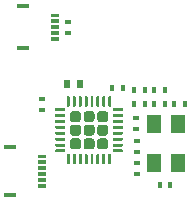
<source format=gbr>
G04 #@! TF.GenerationSoftware,KiCad,Pcbnew,(5.1.6)-1*
G04 #@! TF.CreationDate,2020-08-30T17:28:20+02:00*
G04 #@! TF.ProjectId,Freude_Microcontroller,46726575-6465-45f4-9d69-63726f636f6e,rev?*
G04 #@! TF.SameCoordinates,Original*
G04 #@! TF.FileFunction,Paste,Top*
G04 #@! TF.FilePolarity,Positive*
%FSLAX46Y46*%
G04 Gerber Fmt 4.6, Leading zero omitted, Abs format (unit mm)*
G04 Created by KiCad (PCBNEW (5.1.6)-1) date 2020-08-30 17:28:20*
%MOMM*%
%LPD*%
G01*
G04 APERTURE LIST*
%ADD10R,1.300000X1.600000*%
%ADD11R,0.600000X0.400000*%
%ADD12R,0.400000X0.600000*%
%ADD13R,0.700000X0.300000*%
%ADD14R,1.000000X0.300000*%
%ADD15R,0.600000X0.700000*%
G04 APERTURE END LIST*
D10*
X206390000Y-82160000D03*
X206390000Y-85460000D03*
X204390000Y-85460000D03*
X204390000Y-82160000D03*
D11*
X202790000Y-81660000D03*
X202790000Y-82560000D03*
X197040000Y-74400000D03*
X197040000Y-73500000D03*
D12*
X200800000Y-79075000D03*
X201700000Y-79075000D03*
X202675000Y-79275000D03*
X203575000Y-79275000D03*
X205275000Y-79275000D03*
X204375000Y-79275000D03*
X205740000Y-87280000D03*
X204840000Y-87280000D03*
X204350000Y-80425000D03*
X205250000Y-80425000D03*
X203575000Y-80425000D03*
X202675000Y-80425000D03*
D11*
X202920000Y-84520000D03*
X202920000Y-83620000D03*
X202950000Y-85470000D03*
X202950000Y-86370000D03*
D12*
X206080000Y-80410000D03*
X206980000Y-80410000D03*
D11*
X194900000Y-80925000D03*
X194900000Y-80025000D03*
D13*
X194850000Y-87400000D03*
X194850000Y-86900000D03*
D14*
X192200000Y-88190000D03*
X192200000Y-84110000D03*
D13*
X194850000Y-86400000D03*
X194850000Y-85900000D03*
X194850000Y-85400000D03*
G36*
G01*
X194575000Y-84750000D02*
X195125000Y-84750000D01*
G75*
G02*
X195200000Y-84825000I0J-75000D01*
G01*
X195200000Y-84975000D01*
G75*
G02*
X195125000Y-85050000I-75000J0D01*
G01*
X194575000Y-85050000D01*
G75*
G02*
X194500000Y-84975000I0J75000D01*
G01*
X194500000Y-84825000D01*
G75*
G02*
X194575000Y-84750000I75000J0D01*
G01*
G37*
D15*
X198050000Y-78725000D03*
X196950000Y-78725000D03*
D14*
X193300000Y-75740000D03*
X193300000Y-72160000D03*
D13*
X195950000Y-74950000D03*
X195950000Y-74450000D03*
X195950000Y-73950000D03*
X195950000Y-73450000D03*
G36*
G01*
X195675000Y-72800000D02*
X196225000Y-72800000D01*
G75*
G02*
X196300000Y-72875000I0J-75000D01*
G01*
X196300000Y-73025000D01*
G75*
G02*
X196225000Y-73100000I-75000J0D01*
G01*
X195675000Y-73100000D01*
G75*
G02*
X195600000Y-73025000I0J75000D01*
G01*
X195600000Y-72875000D01*
G75*
G02*
X195675000Y-72800000I75000J0D01*
G01*
G37*
G36*
G01*
X201725000Y-84362500D02*
X201725000Y-84487500D01*
G75*
G02*
X201662500Y-84550000I-62500J0D01*
G01*
X200912500Y-84550000D01*
G75*
G02*
X200850000Y-84487500I0J62500D01*
G01*
X200850000Y-84362500D01*
G75*
G02*
X200912500Y-84300000I62500J0D01*
G01*
X201662500Y-84300000D01*
G75*
G02*
X201725000Y-84362500I0J-62500D01*
G01*
G37*
G36*
G01*
X201725000Y-83862500D02*
X201725000Y-83987500D01*
G75*
G02*
X201662500Y-84050000I-62500J0D01*
G01*
X200912500Y-84050000D01*
G75*
G02*
X200850000Y-83987500I0J62500D01*
G01*
X200850000Y-83862500D01*
G75*
G02*
X200912500Y-83800000I62500J0D01*
G01*
X201662500Y-83800000D01*
G75*
G02*
X201725000Y-83862500I0J-62500D01*
G01*
G37*
G36*
G01*
X201725000Y-83362500D02*
X201725000Y-83487500D01*
G75*
G02*
X201662500Y-83550000I-62500J0D01*
G01*
X200912500Y-83550000D01*
G75*
G02*
X200850000Y-83487500I0J62500D01*
G01*
X200850000Y-83362500D01*
G75*
G02*
X200912500Y-83300000I62500J0D01*
G01*
X201662500Y-83300000D01*
G75*
G02*
X201725000Y-83362500I0J-62500D01*
G01*
G37*
G36*
G01*
X201725000Y-82862500D02*
X201725000Y-82987500D01*
G75*
G02*
X201662500Y-83050000I-62500J0D01*
G01*
X200912500Y-83050000D01*
G75*
G02*
X200850000Y-82987500I0J62500D01*
G01*
X200850000Y-82862500D01*
G75*
G02*
X200912500Y-82800000I62500J0D01*
G01*
X201662500Y-82800000D01*
G75*
G02*
X201725000Y-82862500I0J-62500D01*
G01*
G37*
G36*
G01*
X201725000Y-82362500D02*
X201725000Y-82487500D01*
G75*
G02*
X201662500Y-82550000I-62500J0D01*
G01*
X200912500Y-82550000D01*
G75*
G02*
X200850000Y-82487500I0J62500D01*
G01*
X200850000Y-82362500D01*
G75*
G02*
X200912500Y-82300000I62500J0D01*
G01*
X201662500Y-82300000D01*
G75*
G02*
X201725000Y-82362500I0J-62500D01*
G01*
G37*
G36*
G01*
X201725000Y-81862500D02*
X201725000Y-81987500D01*
G75*
G02*
X201662500Y-82050000I-62500J0D01*
G01*
X200912500Y-82050000D01*
G75*
G02*
X200850000Y-81987500I0J62500D01*
G01*
X200850000Y-81862500D01*
G75*
G02*
X200912500Y-81800000I62500J0D01*
G01*
X201662500Y-81800000D01*
G75*
G02*
X201725000Y-81862500I0J-62500D01*
G01*
G37*
G36*
G01*
X201725000Y-81362500D02*
X201725000Y-81487500D01*
G75*
G02*
X201662500Y-81550000I-62500J0D01*
G01*
X200912500Y-81550000D01*
G75*
G02*
X200850000Y-81487500I0J62500D01*
G01*
X200850000Y-81362500D01*
G75*
G02*
X200912500Y-81300000I62500J0D01*
G01*
X201662500Y-81300000D01*
G75*
G02*
X201725000Y-81362500I0J-62500D01*
G01*
G37*
G36*
G01*
X201725000Y-80862500D02*
X201725000Y-80987500D01*
G75*
G02*
X201662500Y-81050000I-62500J0D01*
G01*
X200912500Y-81050000D01*
G75*
G02*
X200850000Y-80987500I0J62500D01*
G01*
X200850000Y-80862500D01*
G75*
G02*
X200912500Y-80800000I62500J0D01*
G01*
X201662500Y-80800000D01*
G75*
G02*
X201725000Y-80862500I0J-62500D01*
G01*
G37*
G36*
G01*
X200725000Y-79862500D02*
X200725000Y-80612500D01*
G75*
G02*
X200662500Y-80675000I-62500J0D01*
G01*
X200537500Y-80675000D01*
G75*
G02*
X200475000Y-80612500I0J62500D01*
G01*
X200475000Y-79862500D01*
G75*
G02*
X200537500Y-79800000I62500J0D01*
G01*
X200662500Y-79800000D01*
G75*
G02*
X200725000Y-79862500I0J-62500D01*
G01*
G37*
G36*
G01*
X200225000Y-79862500D02*
X200225000Y-80612500D01*
G75*
G02*
X200162500Y-80675000I-62500J0D01*
G01*
X200037500Y-80675000D01*
G75*
G02*
X199975000Y-80612500I0J62500D01*
G01*
X199975000Y-79862500D01*
G75*
G02*
X200037500Y-79800000I62500J0D01*
G01*
X200162500Y-79800000D01*
G75*
G02*
X200225000Y-79862500I0J-62500D01*
G01*
G37*
G36*
G01*
X199725000Y-79862500D02*
X199725000Y-80612500D01*
G75*
G02*
X199662500Y-80675000I-62500J0D01*
G01*
X199537500Y-80675000D01*
G75*
G02*
X199475000Y-80612500I0J62500D01*
G01*
X199475000Y-79862500D01*
G75*
G02*
X199537500Y-79800000I62500J0D01*
G01*
X199662500Y-79800000D01*
G75*
G02*
X199725000Y-79862500I0J-62500D01*
G01*
G37*
G36*
G01*
X199225000Y-79862500D02*
X199225000Y-80612500D01*
G75*
G02*
X199162500Y-80675000I-62500J0D01*
G01*
X199037500Y-80675000D01*
G75*
G02*
X198975000Y-80612500I0J62500D01*
G01*
X198975000Y-79862500D01*
G75*
G02*
X199037500Y-79800000I62500J0D01*
G01*
X199162500Y-79800000D01*
G75*
G02*
X199225000Y-79862500I0J-62500D01*
G01*
G37*
G36*
G01*
X198725000Y-79862500D02*
X198725000Y-80612500D01*
G75*
G02*
X198662500Y-80675000I-62500J0D01*
G01*
X198537500Y-80675000D01*
G75*
G02*
X198475000Y-80612500I0J62500D01*
G01*
X198475000Y-79862500D01*
G75*
G02*
X198537500Y-79800000I62500J0D01*
G01*
X198662500Y-79800000D01*
G75*
G02*
X198725000Y-79862500I0J-62500D01*
G01*
G37*
G36*
G01*
X198225000Y-79862500D02*
X198225000Y-80612500D01*
G75*
G02*
X198162500Y-80675000I-62500J0D01*
G01*
X198037500Y-80675000D01*
G75*
G02*
X197975000Y-80612500I0J62500D01*
G01*
X197975000Y-79862500D01*
G75*
G02*
X198037500Y-79800000I62500J0D01*
G01*
X198162500Y-79800000D01*
G75*
G02*
X198225000Y-79862500I0J-62500D01*
G01*
G37*
G36*
G01*
X197725000Y-79862500D02*
X197725000Y-80612500D01*
G75*
G02*
X197662500Y-80675000I-62500J0D01*
G01*
X197537500Y-80675000D01*
G75*
G02*
X197475000Y-80612500I0J62500D01*
G01*
X197475000Y-79862500D01*
G75*
G02*
X197537500Y-79800000I62500J0D01*
G01*
X197662500Y-79800000D01*
G75*
G02*
X197725000Y-79862500I0J-62500D01*
G01*
G37*
G36*
G01*
X197225000Y-79862500D02*
X197225000Y-80612500D01*
G75*
G02*
X197162500Y-80675000I-62500J0D01*
G01*
X197037500Y-80675000D01*
G75*
G02*
X196975000Y-80612500I0J62500D01*
G01*
X196975000Y-79862500D01*
G75*
G02*
X197037500Y-79800000I62500J0D01*
G01*
X197162500Y-79800000D01*
G75*
G02*
X197225000Y-79862500I0J-62500D01*
G01*
G37*
G36*
G01*
X196850000Y-80862500D02*
X196850000Y-80987500D01*
G75*
G02*
X196787500Y-81050000I-62500J0D01*
G01*
X196037500Y-81050000D01*
G75*
G02*
X195975000Y-80987500I0J62500D01*
G01*
X195975000Y-80862500D01*
G75*
G02*
X196037500Y-80800000I62500J0D01*
G01*
X196787500Y-80800000D01*
G75*
G02*
X196850000Y-80862500I0J-62500D01*
G01*
G37*
G36*
G01*
X196850000Y-81362500D02*
X196850000Y-81487500D01*
G75*
G02*
X196787500Y-81550000I-62500J0D01*
G01*
X196037500Y-81550000D01*
G75*
G02*
X195975000Y-81487500I0J62500D01*
G01*
X195975000Y-81362500D01*
G75*
G02*
X196037500Y-81300000I62500J0D01*
G01*
X196787500Y-81300000D01*
G75*
G02*
X196850000Y-81362500I0J-62500D01*
G01*
G37*
G36*
G01*
X196850000Y-81862500D02*
X196850000Y-81987500D01*
G75*
G02*
X196787500Y-82050000I-62500J0D01*
G01*
X196037500Y-82050000D01*
G75*
G02*
X195975000Y-81987500I0J62500D01*
G01*
X195975000Y-81862500D01*
G75*
G02*
X196037500Y-81800000I62500J0D01*
G01*
X196787500Y-81800000D01*
G75*
G02*
X196850000Y-81862500I0J-62500D01*
G01*
G37*
G36*
G01*
X196850000Y-82362500D02*
X196850000Y-82487500D01*
G75*
G02*
X196787500Y-82550000I-62500J0D01*
G01*
X196037500Y-82550000D01*
G75*
G02*
X195975000Y-82487500I0J62500D01*
G01*
X195975000Y-82362500D01*
G75*
G02*
X196037500Y-82300000I62500J0D01*
G01*
X196787500Y-82300000D01*
G75*
G02*
X196850000Y-82362500I0J-62500D01*
G01*
G37*
G36*
G01*
X196850000Y-82862500D02*
X196850000Y-82987500D01*
G75*
G02*
X196787500Y-83050000I-62500J0D01*
G01*
X196037500Y-83050000D01*
G75*
G02*
X195975000Y-82987500I0J62500D01*
G01*
X195975000Y-82862500D01*
G75*
G02*
X196037500Y-82800000I62500J0D01*
G01*
X196787500Y-82800000D01*
G75*
G02*
X196850000Y-82862500I0J-62500D01*
G01*
G37*
G36*
G01*
X196850000Y-83362500D02*
X196850000Y-83487500D01*
G75*
G02*
X196787500Y-83550000I-62500J0D01*
G01*
X196037500Y-83550000D01*
G75*
G02*
X195975000Y-83487500I0J62500D01*
G01*
X195975000Y-83362500D01*
G75*
G02*
X196037500Y-83300000I62500J0D01*
G01*
X196787500Y-83300000D01*
G75*
G02*
X196850000Y-83362500I0J-62500D01*
G01*
G37*
G36*
G01*
X196850000Y-83862500D02*
X196850000Y-83987500D01*
G75*
G02*
X196787500Y-84050000I-62500J0D01*
G01*
X196037500Y-84050000D01*
G75*
G02*
X195975000Y-83987500I0J62500D01*
G01*
X195975000Y-83862500D01*
G75*
G02*
X196037500Y-83800000I62500J0D01*
G01*
X196787500Y-83800000D01*
G75*
G02*
X196850000Y-83862500I0J-62500D01*
G01*
G37*
G36*
G01*
X196850000Y-84362500D02*
X196850000Y-84487500D01*
G75*
G02*
X196787500Y-84550000I-62500J0D01*
G01*
X196037500Y-84550000D01*
G75*
G02*
X195975000Y-84487500I0J62500D01*
G01*
X195975000Y-84362500D01*
G75*
G02*
X196037500Y-84300000I62500J0D01*
G01*
X196787500Y-84300000D01*
G75*
G02*
X196850000Y-84362500I0J-62500D01*
G01*
G37*
G36*
G01*
X197225000Y-84737500D02*
X197225000Y-85487500D01*
G75*
G02*
X197162500Y-85550000I-62500J0D01*
G01*
X197037500Y-85550000D01*
G75*
G02*
X196975000Y-85487500I0J62500D01*
G01*
X196975000Y-84737500D01*
G75*
G02*
X197037500Y-84675000I62500J0D01*
G01*
X197162500Y-84675000D01*
G75*
G02*
X197225000Y-84737500I0J-62500D01*
G01*
G37*
G36*
G01*
X197725000Y-84737500D02*
X197725000Y-85487500D01*
G75*
G02*
X197662500Y-85550000I-62500J0D01*
G01*
X197537500Y-85550000D01*
G75*
G02*
X197475000Y-85487500I0J62500D01*
G01*
X197475000Y-84737500D01*
G75*
G02*
X197537500Y-84675000I62500J0D01*
G01*
X197662500Y-84675000D01*
G75*
G02*
X197725000Y-84737500I0J-62500D01*
G01*
G37*
G36*
G01*
X198225000Y-84737500D02*
X198225000Y-85487500D01*
G75*
G02*
X198162500Y-85550000I-62500J0D01*
G01*
X198037500Y-85550000D01*
G75*
G02*
X197975000Y-85487500I0J62500D01*
G01*
X197975000Y-84737500D01*
G75*
G02*
X198037500Y-84675000I62500J0D01*
G01*
X198162500Y-84675000D01*
G75*
G02*
X198225000Y-84737500I0J-62500D01*
G01*
G37*
G36*
G01*
X198725000Y-84737500D02*
X198725000Y-85487500D01*
G75*
G02*
X198662500Y-85550000I-62500J0D01*
G01*
X198537500Y-85550000D01*
G75*
G02*
X198475000Y-85487500I0J62500D01*
G01*
X198475000Y-84737500D01*
G75*
G02*
X198537500Y-84675000I62500J0D01*
G01*
X198662500Y-84675000D01*
G75*
G02*
X198725000Y-84737500I0J-62500D01*
G01*
G37*
G36*
G01*
X199225000Y-84737500D02*
X199225000Y-85487500D01*
G75*
G02*
X199162500Y-85550000I-62500J0D01*
G01*
X199037500Y-85550000D01*
G75*
G02*
X198975000Y-85487500I0J62500D01*
G01*
X198975000Y-84737500D01*
G75*
G02*
X199037500Y-84675000I62500J0D01*
G01*
X199162500Y-84675000D01*
G75*
G02*
X199225000Y-84737500I0J-62500D01*
G01*
G37*
G36*
G01*
X199725000Y-84737500D02*
X199725000Y-85487500D01*
G75*
G02*
X199662500Y-85550000I-62500J0D01*
G01*
X199537500Y-85550000D01*
G75*
G02*
X199475000Y-85487500I0J62500D01*
G01*
X199475000Y-84737500D01*
G75*
G02*
X199537500Y-84675000I62500J0D01*
G01*
X199662500Y-84675000D01*
G75*
G02*
X199725000Y-84737500I0J-62500D01*
G01*
G37*
G36*
G01*
X200225000Y-84737500D02*
X200225000Y-85487500D01*
G75*
G02*
X200162500Y-85550000I-62500J0D01*
G01*
X200037500Y-85550000D01*
G75*
G02*
X199975000Y-85487500I0J62500D01*
G01*
X199975000Y-84737500D01*
G75*
G02*
X200037500Y-84675000I62500J0D01*
G01*
X200162500Y-84675000D01*
G75*
G02*
X200225000Y-84737500I0J-62500D01*
G01*
G37*
G36*
G01*
X200725000Y-84737500D02*
X200725000Y-85487500D01*
G75*
G02*
X200662500Y-85550000I-62500J0D01*
G01*
X200537500Y-85550000D01*
G75*
G02*
X200475000Y-85487500I0J62500D01*
G01*
X200475000Y-84737500D01*
G75*
G02*
X200537500Y-84675000I62500J0D01*
G01*
X200662500Y-84675000D01*
G75*
G02*
X200725000Y-84737500I0J-62500D01*
G01*
G37*
G36*
G01*
X200465000Y-83592500D02*
X200465000Y-84057500D01*
G75*
G02*
X200232500Y-84290000I-232500J0D01*
G01*
X199767500Y-84290000D01*
G75*
G02*
X199535000Y-84057500I0J232500D01*
G01*
X199535000Y-83592500D01*
G75*
G02*
X199767500Y-83360000I232500J0D01*
G01*
X200232500Y-83360000D01*
G75*
G02*
X200465000Y-83592500I0J-232500D01*
G01*
G37*
G36*
G01*
X200465000Y-82442500D02*
X200465000Y-82907500D01*
G75*
G02*
X200232500Y-83140000I-232500J0D01*
G01*
X199767500Y-83140000D01*
G75*
G02*
X199535000Y-82907500I0J232500D01*
G01*
X199535000Y-82442500D01*
G75*
G02*
X199767500Y-82210000I232500J0D01*
G01*
X200232500Y-82210000D01*
G75*
G02*
X200465000Y-82442500I0J-232500D01*
G01*
G37*
G36*
G01*
X200465000Y-81292500D02*
X200465000Y-81757500D01*
G75*
G02*
X200232500Y-81990000I-232500J0D01*
G01*
X199767500Y-81990000D01*
G75*
G02*
X199535000Y-81757500I0J232500D01*
G01*
X199535000Y-81292500D01*
G75*
G02*
X199767500Y-81060000I232500J0D01*
G01*
X200232500Y-81060000D01*
G75*
G02*
X200465000Y-81292500I0J-232500D01*
G01*
G37*
G36*
G01*
X199315000Y-83592500D02*
X199315000Y-84057500D01*
G75*
G02*
X199082500Y-84290000I-232500J0D01*
G01*
X198617500Y-84290000D01*
G75*
G02*
X198385000Y-84057500I0J232500D01*
G01*
X198385000Y-83592500D01*
G75*
G02*
X198617500Y-83360000I232500J0D01*
G01*
X199082500Y-83360000D01*
G75*
G02*
X199315000Y-83592500I0J-232500D01*
G01*
G37*
G36*
G01*
X199315000Y-82442500D02*
X199315000Y-82907500D01*
G75*
G02*
X199082500Y-83140000I-232500J0D01*
G01*
X198617500Y-83140000D01*
G75*
G02*
X198385000Y-82907500I0J232500D01*
G01*
X198385000Y-82442500D01*
G75*
G02*
X198617500Y-82210000I232500J0D01*
G01*
X199082500Y-82210000D01*
G75*
G02*
X199315000Y-82442500I0J-232500D01*
G01*
G37*
G36*
G01*
X199315000Y-81292500D02*
X199315000Y-81757500D01*
G75*
G02*
X199082500Y-81990000I-232500J0D01*
G01*
X198617500Y-81990000D01*
G75*
G02*
X198385000Y-81757500I0J232500D01*
G01*
X198385000Y-81292500D01*
G75*
G02*
X198617500Y-81060000I232500J0D01*
G01*
X199082500Y-81060000D01*
G75*
G02*
X199315000Y-81292500I0J-232500D01*
G01*
G37*
G36*
G01*
X198165000Y-83592500D02*
X198165000Y-84057500D01*
G75*
G02*
X197932500Y-84290000I-232500J0D01*
G01*
X197467500Y-84290000D01*
G75*
G02*
X197235000Y-84057500I0J232500D01*
G01*
X197235000Y-83592500D01*
G75*
G02*
X197467500Y-83360000I232500J0D01*
G01*
X197932500Y-83360000D01*
G75*
G02*
X198165000Y-83592500I0J-232500D01*
G01*
G37*
G36*
G01*
X198165000Y-82442500D02*
X198165000Y-82907500D01*
G75*
G02*
X197932500Y-83140000I-232500J0D01*
G01*
X197467500Y-83140000D01*
G75*
G02*
X197235000Y-82907500I0J232500D01*
G01*
X197235000Y-82442500D01*
G75*
G02*
X197467500Y-82210000I232500J0D01*
G01*
X197932500Y-82210000D01*
G75*
G02*
X198165000Y-82442500I0J-232500D01*
G01*
G37*
G36*
G01*
X198165000Y-81292500D02*
X198165000Y-81757500D01*
G75*
G02*
X197932500Y-81990000I-232500J0D01*
G01*
X197467500Y-81990000D01*
G75*
G02*
X197235000Y-81757500I0J232500D01*
G01*
X197235000Y-81292500D01*
G75*
G02*
X197467500Y-81060000I232500J0D01*
G01*
X197932500Y-81060000D01*
G75*
G02*
X198165000Y-81292500I0J-232500D01*
G01*
G37*
M02*

</source>
